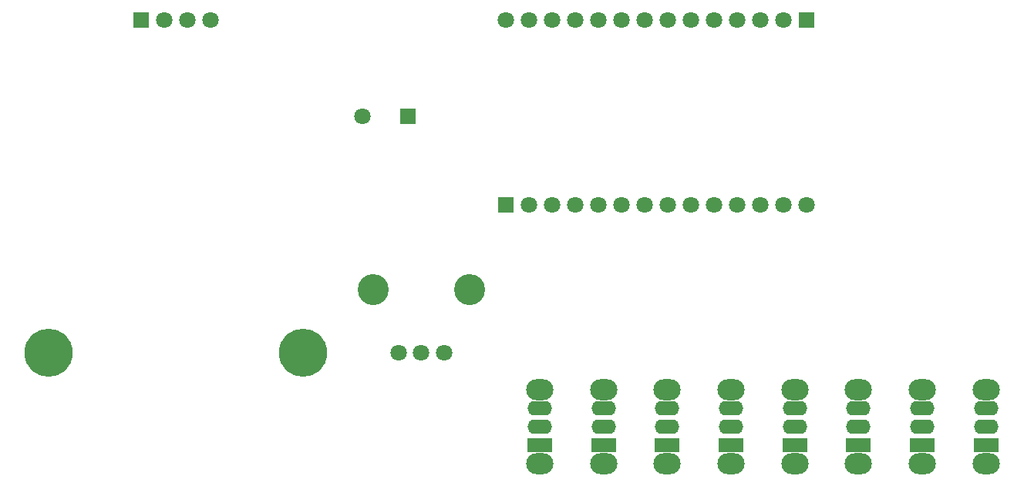
<source format=gbs>
G04*
G04 #@! TF.GenerationSoftware,Altium Limited,Altium Designer,22.7.1 (60)*
G04*
G04 Layer_Color=16711935*
%FSLAX25Y25*%
%MOIN*%
G70*
G04*
G04 #@! TF.SameCoordinates,B4DE3396-8346-461D-A6ED-AD7C64C63353*
G04*
G04*
G04 #@! TF.FilePolarity,Negative*
G04*
G01*
G75*
%ADD25C,0.20800*%
%ADD26O,0.11824X0.09068*%
%ADD27O,0.10642X0.06312*%
%ADD28R,0.10642X0.06312*%
%ADD29C,0.13398*%
%ADD30C,0.07099*%
%ADD31R,0.07099X0.07099*%
%ADD32R,0.07099X0.07099*%
D25*
X255906Y299213D02*
D03*
X145905D02*
D03*
D26*
X440945Y283465D02*
D03*
Y251181D02*
D03*
X413386Y283465D02*
D03*
Y251181D02*
D03*
X551181Y283465D02*
D03*
Y251181D02*
D03*
X523622Y283465D02*
D03*
Y251181D02*
D03*
X496063Y283465D02*
D03*
Y251181D02*
D03*
X468504Y283465D02*
D03*
Y251181D02*
D03*
X358268Y283465D02*
D03*
Y251181D02*
D03*
X385827Y283465D02*
D03*
Y251181D02*
D03*
D27*
X440945Y275197D02*
D03*
Y267323D02*
D03*
X413386Y275197D02*
D03*
Y267323D02*
D03*
X551181Y275197D02*
D03*
Y267323D02*
D03*
X523622Y275197D02*
D03*
Y267323D02*
D03*
X496063Y275197D02*
D03*
Y267323D02*
D03*
X468504Y275197D02*
D03*
Y267323D02*
D03*
X358268Y275197D02*
D03*
Y267323D02*
D03*
X385827Y275197D02*
D03*
Y267323D02*
D03*
D28*
X440945Y259449D02*
D03*
X413386D02*
D03*
X551181D02*
D03*
X523622D02*
D03*
X496063D02*
D03*
X468504D02*
D03*
X358268D02*
D03*
X385827D02*
D03*
D29*
X327953Y326772D02*
D03*
X286221D02*
D03*
D30*
X307087Y299213D02*
D03*
X316929D02*
D03*
X297244D02*
D03*
X281496Y401575D02*
D03*
X343547Y443450D02*
D03*
X353547D02*
D03*
X363547D02*
D03*
X373547D02*
D03*
X383547D02*
D03*
X393547D02*
D03*
X463547D02*
D03*
X453547D02*
D03*
X443547D02*
D03*
X433547D02*
D03*
X423547D02*
D03*
X413547D02*
D03*
X403547D02*
D03*
X215905Y443213D02*
D03*
X205906D02*
D03*
X195905D02*
D03*
X473547Y363450D02*
D03*
X463547D02*
D03*
X453547D02*
D03*
X443547D02*
D03*
X433547D02*
D03*
X423547D02*
D03*
X353547D02*
D03*
X363547D02*
D03*
X373547D02*
D03*
X383547D02*
D03*
X393547D02*
D03*
X403547D02*
D03*
X413547D02*
D03*
D31*
X301181Y401575D02*
D03*
D32*
X473547Y443450D02*
D03*
X185906Y443213D02*
D03*
X343547Y363450D02*
D03*
M02*

</source>
